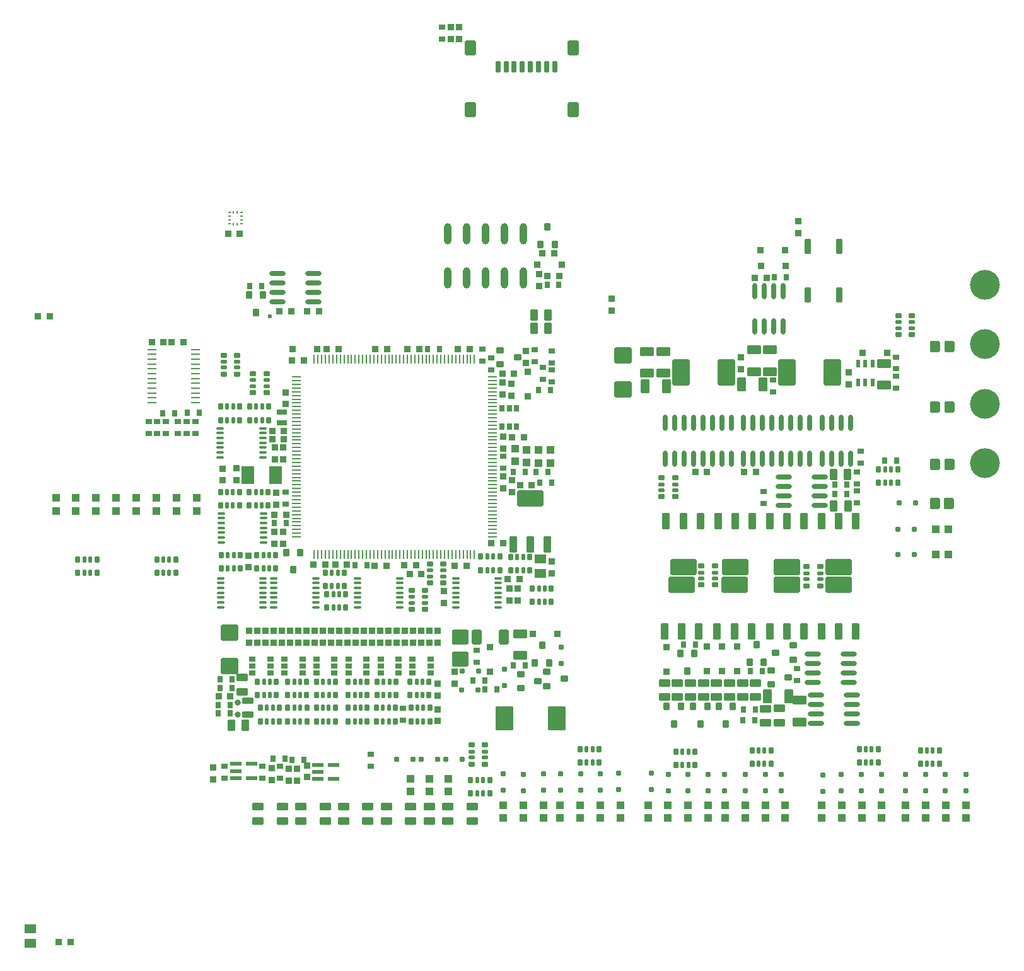
<source format=gtp>
G75*
G70*
%OFA0B0*%
%FSLAX25Y25*%
%IPPOS*%
%LPD*%
%AMOC8*
5,1,8,0,0,1.08239X$1,22.5*
%
%AMM1*
21,1,0.033470,0.026770,0.000000,0.000000,0.000000*
21,1,0.026770,0.033470,0.000000,0.000000,0.000000*
1,1,0.006690,0.013390,-0.013390*
1,1,0.006690,-0.013390,-0.013390*
1,1,0.006690,-0.013390,0.013390*
1,1,0.006690,0.013390,0.013390*
%
%AMM10*
21,1,0.025590,0.026380,0.000000,0.000000,270.000000*
21,1,0.020470,0.031500,0.000000,0.000000,270.000000*
1,1,0.005120,-0.013190,-0.010240*
1,1,0.005120,-0.013190,0.010240*
1,1,0.005120,0.013190,0.010240*
1,1,0.005120,0.013190,-0.010240*
%
%AMM11*
21,1,0.017720,0.027950,0.000000,0.000000,270.000000*
21,1,0.014170,0.031500,0.000000,0.000000,270.000000*
1,1,0.003540,-0.013980,-0.007090*
1,1,0.003540,-0.013980,0.007090*
1,1,0.003540,0.013980,0.007090*
1,1,0.003540,0.013980,-0.007090*
%
%AMM110*
21,1,0.070870,0.036220,0.000000,0.000000,180.000000*
21,1,0.061810,0.045280,0.000000,0.000000,180.000000*
1,1,0.009060,-0.030910,0.018110*
1,1,0.009060,0.030910,0.018110*
1,1,0.009060,0.030910,-0.018110*
1,1,0.009060,-0.030910,-0.018110*
%
%AMM111*
21,1,0.070870,0.036220,0.000000,0.000000,90.000000*
21,1,0.061810,0.045280,0.000000,0.000000,90.000000*
1,1,0.009060,0.018110,0.030910*
1,1,0.009060,0.018110,-0.030910*
1,1,0.009060,-0.018110,-0.030910*
1,1,0.009060,-0.018110,0.030910*
%
%AMM112*
21,1,0.086610,0.073230,0.000000,0.000000,90.000000*
21,1,0.069290,0.090550,0.000000,0.000000,90.000000*
1,1,0.017320,0.036610,0.034650*
1,1,0.017320,0.036610,-0.034650*
1,1,0.017320,-0.036610,-0.034650*
1,1,0.017320,-0.036610,0.034650*
%
%AMM113*
21,1,0.021650,0.038980,0.000000,0.000000,0.000000*
21,1,0.017320,0.043310,0.000000,0.000000,0.000000*
1,1,0.004330,0.008660,-0.019490*
1,1,0.004330,-0.008660,-0.019490*
1,1,0.004330,-0.008660,0.019490*
1,1,0.004330,0.008660,0.019490*
%
%AMM114*
21,1,0.092520,0.119290,0.000000,0.000000,180.000000*
21,1,0.074020,0.137800,0.000000,0.000000,180.000000*
1,1,0.018500,-0.037010,0.059650*
1,1,0.018500,0.037010,0.059650*
1,1,0.018500,0.037010,-0.059650*
1,1,0.018500,-0.037010,-0.059650*
%
%AMM12*
21,1,0.025590,0.026380,0.000000,0.000000,180.000000*
21,1,0.020470,0.031500,0.000000,0.000000,180.000000*
1,1,0.005120,-0.010240,0.013190*
1,1,0.005120,0.010240,0.013190*
1,1,0.005120,0.010240,-0.013190*
1,1,0.005120,-0.010240,-0.013190*
%
%AMM120*
21,1,0.078740,0.045670,0.000000,0.000000,270.000000*
21,1,0.067320,0.057090,0.000000,0.000000,270.000000*
1,1,0.011420,-0.022840,-0.033660*
1,1,0.011420,-0.022840,0.033660*
1,1,0.011420,0.022840,0.033660*
1,1,0.011420,0.022840,-0.033660*
%
%AMM121*
21,1,0.059060,0.020470,0.000000,0.000000,270.000000*
21,1,0.053940,0.025590,0.000000,0.000000,270.000000*
1,1,0.005120,-0.010240,-0.026970*
1,1,0.005120,-0.010240,0.026970*
1,1,0.005120,0.010240,0.026970*
1,1,0.005120,0.010240,-0.026970*
%
%AMM122*
21,1,0.027560,0.030710,0.000000,0.000000,270.000000*
21,1,0.022050,0.036220,0.000000,0.000000,270.000000*
1,1,0.005510,-0.015350,-0.011020*
1,1,0.005510,-0.015350,0.011020*
1,1,0.005510,0.015350,0.011020*
1,1,0.005510,0.015350,-0.011020*
%
%AMM126*
21,1,0.094490,0.111020,0.000000,0.000000,180.000000*
21,1,0.075590,0.129920,0.000000,0.000000,180.000000*
1,1,0.018900,-0.037800,0.055510*
1,1,0.018900,0.037800,0.055510*
1,1,0.018900,0.037800,-0.055510*
1,1,0.018900,-0.037800,-0.055510*
%
%AMM127*
21,1,0.023620,0.018900,0.000000,0.000000,270.000000*
21,1,0.018900,0.023620,0.000000,0.000000,270.000000*
1,1,0.004720,-0.009450,-0.009450*
1,1,0.004720,-0.009450,0.009450*
1,1,0.004720,0.009450,0.009450*
1,1,0.004720,0.009450,-0.009450*
%
%AMM128*
21,1,0.035830,0.026770,0.000000,0.000000,0.000000*
21,1,0.029130,0.033470,0.000000,0.000000,0.000000*
1,1,0.006690,0.014570,-0.013390*
1,1,0.006690,-0.014570,-0.013390*
1,1,0.006690,-0.014570,0.013390*
1,1,0.006690,0.014570,0.013390*
%
%AMM129*
21,1,0.023620,0.018900,0.000000,0.000000,180.000000*
21,1,0.018900,0.023620,0.000000,0.000000,180.000000*
1,1,0.004720,-0.009450,0.009450*
1,1,0.004720,0.009450,0.009450*
1,1,0.004720,0.009450,-0.009450*
1,1,0.004720,-0.009450,-0.009450*
%
%AMM13*
21,1,0.017720,0.027950,0.000000,0.000000,180.000000*
21,1,0.014170,0.031500,0.000000,0.000000,180.000000*
1,1,0.003540,-0.007090,0.013980*
1,1,0.003540,0.007090,0.013980*
1,1,0.003540,0.007090,-0.013980*
1,1,0.003540,-0.007090,-0.013980*
%
%AMM130*
21,1,0.035430,0.030320,0.000000,0.000000,0.000000*
21,1,0.028350,0.037400,0.000000,0.000000,0.000000*
1,1,0.007090,0.014170,-0.015160*
1,1,0.007090,-0.014170,-0.015160*
1,1,0.007090,-0.014170,0.015160*
1,1,0.007090,0.014170,0.015160*
%
%AMM131*
21,1,0.078740,0.070870,0.000000,0.000000,270.000000*
21,1,0.062990,0.086610,0.000000,0.000000,270.000000*
1,1,0.015750,-0.035430,-0.031500*
1,1,0.015750,-0.035430,0.031500*
1,1,0.015750,0.035430,0.031500*
1,1,0.015750,0.035430,-0.031500*
%
%AMM132*
21,1,0.051180,0.068500,0.000000,0.000000,180.000000*
21,1,0.040950,0.078740,0.000000,0.000000,180.000000*
1,1,0.010240,-0.020470,0.034250*
1,1,0.010240,0.020470,0.034250*
1,1,0.010240,0.020470,-0.034250*
1,1,0.010240,-0.020470,-0.034250*
%
%AMM133*
21,1,0.035830,0.026770,0.000000,0.000000,90.000000*
21,1,0.029130,0.033470,0.000000,0.000000,90.000000*
1,1,0.006690,0.013390,0.014570*
1,1,0.006690,0.013390,-0.014570*
1,1,0.006690,-0.013390,-0.014570*
1,1,0.006690,-0.013390,0.014570*
%
%AMM14*
21,1,0.033470,0.026770,0.000000,0.000000,90.000000*
21,1,0.026770,0.033470,0.000000,0.000000,90.000000*
1,1,0.006690,0.013390,0.013390*
1,1,0.006690,0.013390,-0.013390*
1,1,0.006690,-0.013390,-0.013390*
1,1,0.006690,-0.013390,0.013390*
%
%AMM142*
21,1,0.021650,0.052760,0.000000,0.000000,270.000000*
21,1,0.017320,0.057090,0.000000,0.000000,270.000000*
1,1,0.004330,-0.026380,-0.008660*
1,1,0.004330,-0.026380,0.008660*
1,1,0.004330,0.026380,0.008660*
1,1,0.004330,0.026380,-0.008660*
%
%AMM144*
21,1,0.070870,0.036220,0.000000,0.000000,270.000000*
21,1,0.061810,0.045280,0.000000,0.000000,270.000000*
1,1,0.009060,-0.018110,-0.030910*
1,1,0.009060,-0.018110,0.030910*
1,1,0.009060,0.018110,0.030910*
1,1,0.009060,0.018110,-0.030910*
%
%AMM145*
21,1,0.035430,0.030320,0.000000,0.000000,90.000000*
21,1,0.028350,0.037400,0.000000,0.000000,90.000000*
1,1,0.007090,0.015160,0.014170*
1,1,0.007090,0.015160,-0.014170*
1,1,0.007090,-0.015160,-0.014170*
1,1,0.007090,-0.015160,0.014170*
%
%AMM146*
21,1,0.043310,0.075980,0.000000,0.000000,180.000000*
21,1,0.034650,0.084650,0.000000,0.000000,180.000000*
1,1,0.008660,-0.017320,0.037990*
1,1,0.008660,0.017320,0.037990*
1,1,0.008660,0.017320,-0.037990*
1,1,0.008660,-0.017320,-0.037990*
%
%AMM147*
21,1,0.043310,0.075990,0.000000,0.000000,180.000000*
21,1,0.034650,0.084650,0.000000,0.000000,180.000000*
1,1,0.008660,-0.017320,0.037990*
1,1,0.008660,0.017320,0.037990*
1,1,0.008660,0.017320,-0.037990*
1,1,0.008660,-0.017320,-0.037990*
%
%AMM148*
21,1,0.137800,0.067720,0.000000,0.000000,180.000000*
21,1,0.120870,0.084650,0.000000,0.000000,180.000000*
1,1,0.016930,-0.060430,0.033860*
1,1,0.016930,0.060430,0.033860*
1,1,0.016930,0.060430,-0.033860*
1,1,0.016930,-0.060430,-0.033860*
%
%AMM15*
21,1,0.023620,0.018900,0.000000,0.000000,0.000000*
21,1,0.018900,0.023620,0.000000,0.000000,0.000000*
1,1,0.004720,0.009450,-0.009450*
1,1,0.004720,-0.009450,-0.009450*
1,1,0.004720,-0.009450,0.009450*
1,1,0.004720,0.009450,0.009450*
%
%AMM16*
21,1,0.039370,0.035430,0.000000,0.000000,180.000000*
21,1,0.031500,0.043310,0.000000,0.000000,180.000000*
1,1,0.007870,-0.015750,0.017720*
1,1,0.007870,0.015750,0.017720*
1,1,0.007870,0.015750,-0.017720*
1,1,0.007870,-0.015750,-0.017720*
%
%AMM2*
21,1,0.039370,0.049210,0.000000,0.000000,0.000000*
21,1,0.031500,0.057090,0.000000,0.000000,0.000000*
1,1,0.007870,0.015750,-0.024610*
1,1,0.007870,-0.015750,-0.024610*
1,1,0.007870,-0.015750,0.024610*
1,1,0.007870,0.015750,0.024610*
%
%AMM3*
21,1,0.027560,0.030710,0.000000,0.000000,0.000000*
21,1,0.022050,0.036220,0.000000,0.000000,0.000000*
1,1,0.005510,0.011020,-0.015350*
1,1,0.005510,-0.011020,-0.015350*
1,1,0.005510,-0.011020,0.015350*
1,1,0.005510,0.011020,0.015350*
%
%AMM4*
21,1,0.027560,0.030710,0.000000,0.000000,90.000000*
21,1,0.022050,0.036220,0.000000,0.000000,90.000000*
1,1,0.005510,0.015350,0.011020*
1,1,0.005510,0.015350,-0.011020*
1,1,0.005510,-0.015350,-0.011020*
1,1,0.005510,-0.015350,0.011020*
%
%AMM5*
21,1,0.031500,0.072440,0.000000,0.000000,0.000000*
21,1,0.025200,0.078740,0.000000,0.000000,0.000000*
1,1,0.006300,0.012600,-0.036220*
1,1,0.006300,-0.012600,-0.036220*
1,1,0.006300,-0.012600,0.036220*
1,1,0.006300,0.012600,0.036220*
%
%AMM6*
21,1,0.051180,0.048820,0.000000,0.000000,0.000000*
21,1,0.040950,0.059060,0.000000,0.000000,0.000000*
1,1,0.010240,0.020470,-0.024410*
1,1,0.010240,-0.020470,-0.024410*
1,1,0.010240,-0.020470,0.024410*
1,1,0.010240,0.020470,0.024410*
%
%AMM67*
21,1,0.035430,0.050000,0.000000,0.000000,270.000000*
21,1,0.028350,0.057090,0.000000,0.000000,270.000000*
1,1,0.007090,-0.025000,-0.014170*
1,1,0.007090,-0.025000,0.014170*
1,1,0.007090,0.025000,0.014170*
1,1,0.007090,0.025000,-0.014170*
%
%AMM68*
21,1,0.086610,0.073230,0.000000,0.000000,270.000000*
21,1,0.069290,0.090550,0.000000,0.000000,270.000000*
1,1,0.017320,-0.036610,-0.034650*
1,1,0.017320,-0.036610,0.034650*
1,1,0.017320,0.036610,0.034650*
1,1,0.017320,0.036610,-0.034650*
%
%AMM69*
21,1,0.039370,0.049210,0.000000,0.000000,180.000000*
21,1,0.031500,0.057090,0.000000,0.000000,180.000000*
1,1,0.007870,-0.015750,0.024610*
1,1,0.007870,0.015750,0.024610*
1,1,0.007870,0.015750,-0.024610*
1,1,0.007870,-0.015750,-0.024610*
%
%AMM7*
21,1,0.023620,0.018900,0.000000,0.000000,90.000000*
21,1,0.018900,0.023620,0.000000,0.000000,90.000000*
1,1,0.004720,0.009450,0.009450*
1,1,0.004720,0.009450,-0.009450*
1,1,0.004720,-0.009450,-0.009450*
1,1,0.004720,-0.009450,0.009450*
%
%AMM70*
21,1,0.023620,0.030710,0.000000,0.000000,90.000000*
21,1,0.018900,0.035430,0.000000,0.000000,90.000000*
1,1,0.004720,0.015350,0.009450*
1,1,0.004720,0.015350,-0.009450*
1,1,0.004720,-0.015350,-0.009450*
1,1,0.004720,-0.015350,0.009450*
%
%AMM71*
21,1,0.025590,0.026380,0.000000,0.000000,0.000000*
21,1,0.020470,0.031500,0.000000,0.000000,0.000000*
1,1,0.005120,0.010240,-0.013190*
1,1,0.005120,-0.010240,-0.013190*
1,1,0.005120,-0.010240,0.013190*
1,1,0.005120,0.010240,0.013190*
%
%AMM72*
21,1,0.017720,0.027950,0.000000,0.000000,0.000000*
21,1,0.014170,0.031500,0.000000,0.000000,0.000000*
1,1,0.003540,0.007090,-0.013980*
1,1,0.003540,-0.007090,-0.013980*
1,1,0.003540,-0.007090,0.013980*
1,1,0.003540,0.007090,0.013980*
%
%AMM73*
21,1,0.033470,0.026770,0.000000,0.000000,270.000000*
21,1,0.026770,0.033470,0.000000,0.000000,270.000000*
1,1,0.006690,-0.013390,-0.013390*
1,1,0.006690,-0.013390,0.013390*
1,1,0.006690,0.013390,0.013390*
1,1,0.006690,0.013390,-0.013390*
%
%AMM74*
21,1,0.033470,0.026770,0.000000,0.000000,180.000000*
21,1,0.026770,0.033470,0.000000,0.000000,180.000000*
1,1,0.006690,-0.013390,0.013390*
1,1,0.006690,0.013390,0.013390*
1,1,0.006690,0.013390,-0.013390*
1,1,0.006690,-0.013390,-0.013390*
%
%AMM8*
21,1,0.039370,0.035430,0.000000,0.000000,270.000000*
21,1,0.031500,0.043310,0.000000,0.000000,270.000000*
1,1,0.007870,-0.017720,-0.015750*
1,1,0.007870,-0.017720,0.015750*
1,1,0.007870,0.017720,0.015750*
1,1,0.007870,0.017720,-0.015750*
%
%AMM86*
21,1,0.025590,0.026380,0.000000,0.000000,90.000000*
21,1,0.020470,0.031500,0.000000,0.000000,90.000000*
1,1,0.005120,0.013190,0.010240*
1,1,0.005120,0.013190,-0.010240*
1,1,0.005120,-0.013190,-0.010240*
1,1,0.005120,-0.013190,0.010240*
%
%AMM87*
21,1,0.017720,0.027950,0.000000,0.000000,90.000000*
21,1,0.014170,0.031500,0.000000,0.000000,90.000000*
1,1,0.003540,0.013980,0.007090*
1,1,0.003540,0.013980,-0.007090*
1,1,0.003540,-0.013980,-0.007090*
1,1,0.003540,-0.013980,0.007090*
%
%AMM88*
21,1,0.137800,0.067720,0.000000,0.000000,0.000000*
21,1,0.120870,0.084650,0.000000,0.000000,0.000000*
1,1,0.016930,0.060430,-0.033860*
1,1,0.016930,-0.060430,-0.033860*
1,1,0.016930,-0.060430,0.033860*
1,1,0.016930,0.060430,0.033860*
%
%AMM89*
21,1,0.043310,0.075980,0.000000,0.000000,0.000000*
21,1,0.034650,0.084650,0.000000,0.000000,0.000000*
1,1,0.008660,0.017320,-0.037990*
1,1,0.008660,-0.017320,-0.037990*
1,1,0.008660,-0.017320,0.037990*
1,1,0.008660,0.017320,0.037990*
%
%AMM9*
21,1,0.039370,0.049210,0.000000,0.000000,90.000000*
21,1,0.031500,0.057090,0.000000,0.000000,90.000000*
1,1,0.007870,0.024610,0.015750*
1,1,0.007870,0.024610,-0.015750*
1,1,0.007870,-0.024610,-0.015750*
1,1,0.007870,-0.024610,0.015750*
%
%AMM90*
21,1,0.043310,0.075990,0.000000,0.000000,0.000000*
21,1,0.034650,0.084650,0.000000,0.000000,0.000000*
1,1,0.008660,0.017320,-0.037990*
1,1,0.008660,-0.017320,-0.037990*
1,1,0.008660,-0.017320,0.037990*
1,1,0.008660,0.017320,0.037990*
%
%AMM91*
21,1,0.027560,0.030710,0.000000,0.000000,180.000000*
21,1,0.022050,0.036220,0.000000,0.000000,180.000000*
1,1,0.005510,-0.011020,0.015350*
1,1,0.005510,0.011020,0.015350*
1,1,0.005510,0.011020,-0.015350*
1,1,0.005510,-0.011020,-0.015350*
%
%AMM92*
21,1,0.035430,0.030320,0.000000,0.000000,270.000000*
21,1,0.028350,0.037400,0.000000,0.000000,270.000000*
1,1,0.007090,-0.015160,-0.014170*
1,1,0.007090,-0.015160,0.014170*
1,1,0.007090,0.015160,0.014170*
1,1,0.007090,0.015160,-0.014170*
%
%AMM93*
21,1,0.023620,0.030710,0.000000,0.000000,180.000000*
21,1,0.018900,0.035430,0.000000,0.000000,180.000000*
1,1,0.004720,-0.009450,0.015350*
1,1,0.004720,0.009450,0.015350*
1,1,0.004720,0.009450,-0.015350*
1,1,0.004720,-0.009450,-0.015350*
%
%AMM94*
21,1,0.035830,0.026770,0.000000,0.000000,270.000000*
21,1,0.029130,0.033470,0.000000,0.000000,270.000000*
1,1,0.006690,-0.013390,-0.014570*
1,1,0.006690,-0.013390,0.014570*
1,1,0.006690,0.013390,0.014570*
1,1,0.006690,0.013390,-0.014570*
%
%AMM95*
21,1,0.035430,0.030320,0.000000,0.000000,180.000000*
21,1,0.028350,0.037400,0.000000,0.000000,180.000000*
1,1,0.007090,-0.014170,0.015160*
1,1,0.007090,0.014170,0.015160*
1,1,0.007090,0.014170,-0.015160*
1,1,0.007090,-0.014170,-0.015160*
%
%AMM96*
21,1,0.027560,0.049610,0.000000,0.000000,270.000000*
21,1,0.022050,0.055120,0.000000,0.000000,270.000000*
1,1,0.005510,-0.024800,-0.011020*
1,1,0.005510,-0.024800,0.011020*
1,1,0.005510,0.024800,0.011020*
1,1,0.005510,0.024800,-0.011020*
%
%AMM97*
21,1,0.035830,0.026770,0.000000,0.000000,180.000000*
21,1,0.029130,0.033470,0.000000,0.000000,180.000000*
1,1,0.006690,-0.014570,0.013390*
1,1,0.006690,0.014570,0.013390*
1,1,0.006690,0.014570,-0.013390*
1,1,0.006690,-0.014570,-0.013390*
%
%ADD107M131*%
%ADD117M88*%
%ADD119R,0.05906X0.05118*%
%ADD120M67*%
%ADD127M70*%
%ADD131C,0.02362*%
%ADD136M1*%
%ADD137M130*%
%ADD140M114*%
%ADD143M14*%
%ADD144M126*%
%ADD150M87*%
%ADD151M146*%
%ADD16M111*%
%ADD160M71*%
%ADD163M68*%
%ADD168M127*%
%ADD171M90*%
%ADD173R,0.06693X0.09449*%
%ADD177M15*%
%ADD178M9*%
%ADD18R,0.01378X0.00984*%
%ADD181M147*%
%ADD183O,0.02362X0.08661*%
%ADD185M110*%
%ADD189M72*%
%ADD191O,0.01968X0.03937*%
%ADD196M120*%
%ADD198M132*%
%ADD199M86*%
%ADD20O,0.05118X0.00866*%
%ADD201M113*%
%ADD202O,0.04016X0.11221*%
%ADD205M7*%
%ADD207C,0.15748*%
%ADD210O,0.04961X0.00984*%
%ADD215M121*%
%ADD216M12*%
%ADD218M8*%
%ADD219M144*%
%ADD22M112*%
%ADD224M128*%
%ADD231M96*%
%ADD234M73*%
%ADD239C,0.03150*%
%ADD240M6*%
%ADD246M13*%
%ADD253M145*%
%ADD273O,0.08661X0.02362*%
%ADD274M122*%
%ADD28M89*%
%ADD282O,0.00866X0.05118*%
%ADD284M10*%
%ADD290M142*%
%ADD291M74*%
%ADD31M5*%
%ADD37M94*%
%ADD38R,0.00984X0.01378*%
%ADD39M69*%
%ADD40M93*%
%ADD42O,0.04331X0.01181*%
%ADD43M11*%
%ADD48M91*%
%ADD62M3*%
%ADD68M129*%
%ADD70M148*%
%ADD72M16*%
%ADD73M4*%
%ADD74M133*%
%ADD85M97*%
%ADD93M2*%
%ADD95M95*%
%ADD98M92*%
X0000000Y0000000D02*
G01*
G75*
D119*
X0057382Y0090650D02*
D03*
X0057382Y0083169D02*
D03*
D136*
X0078799Y0083563D02*
D03*
X0072579Y0083563D02*
D03*
X0168268Y0458465D02*
D03*
X0162047Y0458465D02*
D03*
X0061654Y0414764D02*
D03*
X0067874Y0414764D02*
D03*
D93*
X0323721Y0415256D02*
D03*
X0331201Y0415256D02*
D03*
X0323721Y0408465D02*
D03*
X0331201Y0408465D02*
D03*
D62*
X0509350Y0338287D02*
D03*
X0515650Y0338287D02*
D03*
D18*
X0162795Y0467618D02*
D03*
X0162795Y0465650D02*
D03*
X0162795Y0469587D02*
D03*
X0162795Y0463681D02*
D03*
X0169095Y0469587D02*
D03*
X0169095Y0467618D02*
D03*
X0169095Y0465650D02*
D03*
X0169095Y0463681D02*
D03*
D38*
X0164961Y0469783D02*
D03*
X0166929Y0469783D02*
D03*
X0166929Y0463484D02*
D03*
X0164961Y0463484D02*
D03*
D73*
X0237402Y0176772D02*
D03*
X0237402Y0183071D02*
D03*
D31*
X0485236Y0451673D02*
D03*
X0468701Y0451673D02*
D03*
X0485039Y0426083D02*
D03*
X0468504Y0426083D02*
D03*
D240*
X0543504Y0398622D02*
D03*
X0536024Y0398622D02*
D03*
X0536024Y0336417D02*
D03*
X0543504Y0336417D02*
D03*
X0543504Y0366811D02*
D03*
X0536024Y0366811D02*
D03*
X0535748Y0315866D02*
D03*
X0543228Y0315866D02*
D03*
D207*
X0562205Y0431496D02*
D03*
X0562205Y0337008D02*
D03*
X0562205Y0368504D02*
D03*
X0562205Y0400000D02*
D03*
D205*
X0285827Y0180216D02*
D03*
X0277165Y0180216D02*
D03*
X0516240Y0288878D02*
D03*
X0524902Y0288878D02*
D03*
X0516043Y0302165D02*
D03*
X0524705Y0302165D02*
D03*
X0516732Y0316043D02*
D03*
X0525394Y0316043D02*
D03*
X0259842Y0180216D02*
D03*
X0251181Y0180216D02*
D03*
X0272835Y0180216D02*
D03*
X0264173Y0180216D02*
D03*
D218*
X0278543Y0163386D02*
D03*
X0278543Y0170079D02*
D03*
X0071061Y0311854D02*
D03*
X0071061Y0318546D02*
D03*
X0081691Y0311854D02*
D03*
X0081691Y0318546D02*
D03*
X0092321Y0311854D02*
D03*
X0092321Y0318546D02*
D03*
X0102950Y0311854D02*
D03*
X0102950Y0318546D02*
D03*
X0113580Y0311854D02*
D03*
X0113580Y0318546D02*
D03*
X0124210Y0311854D02*
D03*
X0124210Y0318546D02*
D03*
X0134840Y0311854D02*
D03*
X0134840Y0318546D02*
D03*
X0145470Y0311854D02*
D03*
X0145470Y0318546D02*
D03*
X0415945Y0149213D02*
D03*
X0415945Y0155905D02*
D03*
X0405315Y0149213D02*
D03*
X0405315Y0155905D02*
D03*
X0394685Y0149213D02*
D03*
X0394685Y0155905D02*
D03*
X0384055Y0149213D02*
D03*
X0384055Y0155905D02*
D03*
X0348327Y0149213D02*
D03*
X0348327Y0155905D02*
D03*
X0424803Y0149213D02*
D03*
X0424803Y0155905D02*
D03*
X0358957Y0149213D02*
D03*
X0358957Y0155905D02*
D03*
X0435433Y0149213D02*
D03*
X0435433Y0155905D02*
D03*
X0456693Y0149213D02*
D03*
X0456693Y0155905D02*
D03*
X0446063Y0149213D02*
D03*
X0446063Y0155905D02*
D03*
X0337697Y0149213D02*
D03*
X0337697Y0155905D02*
D03*
X0369587Y0149213D02*
D03*
X0369587Y0155905D02*
D03*
X0552165Y0155905D02*
D03*
X0552165Y0149213D02*
D03*
X0541536Y0155905D02*
D03*
X0541536Y0149213D02*
D03*
X0530906Y0155905D02*
D03*
X0530906Y0149213D02*
D03*
X0520276Y0155905D02*
D03*
X0520276Y0149213D02*
D03*
X0475787Y0155905D02*
D03*
X0475787Y0149213D02*
D03*
X0486417Y0155905D02*
D03*
X0486417Y0149213D02*
D03*
X0497047Y0155905D02*
D03*
X0497047Y0149213D02*
D03*
X0507677Y0155905D02*
D03*
X0507677Y0149213D02*
D03*
X0307677Y0155905D02*
D03*
X0307677Y0149213D02*
D03*
X0318307Y0155905D02*
D03*
X0318307Y0149213D02*
D03*
X0328937Y0155905D02*
D03*
X0328937Y0149213D02*
D03*
X0258465Y0163386D02*
D03*
X0258465Y0170079D02*
D03*
X0268701Y0163386D02*
D03*
X0268701Y0170079D02*
D03*
D178*
X0258661Y0155315D02*
D03*
X0258661Y0147835D02*
D03*
X0190748Y0155315D02*
D03*
X0190748Y0147835D02*
D03*
X0200591Y0155315D02*
D03*
X0200591Y0147835D02*
D03*
X0291142Y0147835D02*
D03*
X0291142Y0155315D02*
D03*
X0245866Y0147835D02*
D03*
X0245866Y0155315D02*
D03*
X0236024Y0147835D02*
D03*
X0236024Y0155315D02*
D03*
X0223228Y0147835D02*
D03*
X0223228Y0155315D02*
D03*
X0213386Y0147835D02*
D03*
X0213386Y0155315D02*
D03*
X0177953Y0147835D02*
D03*
X0177953Y0155315D02*
D03*
X0278346Y0155315D02*
D03*
X0278346Y0147835D02*
D03*
X0268504Y0155315D02*
D03*
X0268504Y0147835D02*
D03*
D284*
X0290945Y0187894D02*
D03*
X0298031Y0187894D02*
D03*
X0298031Y0177854D02*
D03*
X0290945Y0177854D02*
D03*
X0523622Y0415059D02*
D03*
X0516535Y0415059D02*
D03*
X0516535Y0405020D02*
D03*
X0523622Y0405020D02*
D03*
D43*
X0290945Y0184449D02*
D03*
X0290945Y0181299D02*
D03*
X0298031Y0181299D02*
D03*
X0298031Y0184449D02*
D03*
X0516535Y0408465D02*
D03*
X0516535Y0411614D02*
D03*
X0523622Y0411614D02*
D03*
X0523622Y0408465D02*
D03*
D216*
X0092714Y0286164D02*
D03*
X0092714Y0279078D02*
D03*
X0082675Y0279078D02*
D03*
X0082675Y0286164D02*
D03*
X0124407Y0286164D02*
D03*
X0124407Y0279078D02*
D03*
X0134447Y0279078D02*
D03*
X0134447Y0286164D02*
D03*
X0408957Y0177264D02*
D03*
X0408957Y0184350D02*
D03*
X0398917Y0184350D02*
D03*
X0398917Y0177264D02*
D03*
X0449114Y0177953D02*
D03*
X0449114Y0185039D02*
D03*
X0439075Y0185039D02*
D03*
X0439075Y0177953D02*
D03*
X0358268Y0178740D02*
D03*
X0358268Y0185827D02*
D03*
X0348228Y0185827D02*
D03*
X0348228Y0178740D02*
D03*
X0538091Y0177953D02*
D03*
X0538091Y0185039D02*
D03*
X0528051Y0185039D02*
D03*
X0528051Y0177953D02*
D03*
X0505807Y0178740D02*
D03*
X0505807Y0185827D02*
D03*
X0495768Y0185827D02*
D03*
X0495768Y0178740D02*
D03*
X0506004Y0326654D02*
D03*
X0506004Y0333740D02*
D03*
X0516043Y0333740D02*
D03*
X0516043Y0326654D02*
D03*
X0300394Y0169488D02*
D03*
X0300394Y0162402D02*
D03*
X0290354Y0162402D02*
D03*
X0290354Y0169488D02*
D03*
D246*
X0089269Y0286164D02*
D03*
X0086120Y0286164D02*
D03*
X0086120Y0279078D02*
D03*
X0089269Y0279078D02*
D03*
X0131002Y0279078D02*
D03*
X0127852Y0279078D02*
D03*
X0127852Y0286164D02*
D03*
X0131002Y0286164D02*
D03*
X0402362Y0184350D02*
D03*
X0405512Y0184350D02*
D03*
X0405512Y0177264D02*
D03*
X0402362Y0177264D02*
D03*
X0442520Y0185039D02*
D03*
X0445669Y0185039D02*
D03*
X0445669Y0177953D02*
D03*
X0442520Y0177953D02*
D03*
X0351673Y0185827D02*
D03*
X0354823Y0185827D02*
D03*
X0354823Y0178740D02*
D03*
X0351673Y0178740D02*
D03*
X0531496Y0185039D02*
D03*
X0534646Y0185039D02*
D03*
X0534646Y0177953D02*
D03*
X0531496Y0177953D02*
D03*
X0499213Y0185827D02*
D03*
X0502362Y0185827D02*
D03*
X0502362Y0178740D02*
D03*
X0499213Y0178740D02*
D03*
X0509449Y0326654D02*
D03*
X0512598Y0326654D02*
D03*
X0512598Y0333740D02*
D03*
X0509449Y0333740D02*
D03*
X0296949Y0169488D02*
D03*
X0293799Y0169488D02*
D03*
X0293799Y0162402D02*
D03*
X0296949Y0162402D02*
D03*
D143*
X0463484Y0458701D02*
D03*
X0463484Y0464921D02*
D03*
X0364728Y0417717D02*
D03*
X0364728Y0423937D02*
D03*
D177*
X0454528Y0172441D02*
D03*
X0454528Y0163779D02*
D03*
X0348524Y0172835D02*
D03*
X0348524Y0164173D02*
D03*
X0435630Y0172441D02*
D03*
X0435630Y0163779D02*
D03*
X0405118Y0172441D02*
D03*
X0405118Y0163779D02*
D03*
X0415748Y0172441D02*
D03*
X0415748Y0163779D02*
D03*
X0394882Y0172441D02*
D03*
X0394882Y0163779D02*
D03*
X0424606Y0172441D02*
D03*
X0424606Y0163779D02*
D03*
X0368701Y0172933D02*
D03*
X0368701Y0164272D02*
D03*
X0358760Y0172835D02*
D03*
X0358760Y0164173D02*
D03*
X0337894Y0172835D02*
D03*
X0337894Y0164173D02*
D03*
X0385827Y0172933D02*
D03*
X0385827Y0164272D02*
D03*
X0446260Y0172441D02*
D03*
X0446260Y0163779D02*
D03*
X0552362Y0163779D02*
D03*
X0552362Y0172441D02*
D03*
X0541339Y0163779D02*
D03*
X0541339Y0172441D02*
D03*
X0530709Y0163779D02*
D03*
X0530709Y0172441D02*
D03*
X0520079Y0163779D02*
D03*
X0520079Y0172441D02*
D03*
X0476378Y0163386D02*
D03*
X0476378Y0172047D02*
D03*
X0486221Y0163779D02*
D03*
X0486221Y0172441D02*
D03*
X0496850Y0163779D02*
D03*
X0496850Y0172441D02*
D03*
X0507480Y0163779D02*
D03*
X0507480Y0172441D02*
D03*
X0307480Y0164173D02*
D03*
X0307480Y0172835D02*
D03*
X0318110Y0163779D02*
D03*
X0318110Y0172441D02*
D03*
X0328740Y0163976D02*
D03*
X0328740Y0172638D02*
D03*
D72*
X0542913Y0288661D02*
D03*
X0536221Y0288661D02*
D03*
X0542913Y0302087D02*
D03*
X0536221Y0302087D02*
D03*
X0154331Y0194882D02*
G01*
G75*
D120*
X0172638Y0211417D02*
D03*
X0172638Y0203937D02*
D03*
D163*
X0162992Y0247540D02*
D03*
X0162992Y0229823D02*
D03*
D73*
X0254626Y0201181D02*
D03*
X0254626Y0207480D02*
D03*
D39*
X0171359Y0198425D02*
D03*
X0163878Y0198425D02*
D03*
D239*
X0167126Y0210236D02*
D03*
X0167126Y0203937D02*
D03*
D127*
X0269095Y0225886D02*
D03*
X0269095Y0229626D02*
D03*
X0269095Y0233366D02*
D03*
X0259646Y0233366D02*
D03*
X0259646Y0229626D02*
D03*
X0259646Y0225886D02*
D03*
X0191929Y0225886D02*
D03*
X0191929Y0229626D02*
D03*
X0191929Y0233366D02*
D03*
X0201378Y0233366D02*
D03*
X0201378Y0229626D02*
D03*
X0201378Y0225886D02*
D03*
X0184449Y0225886D02*
D03*
X0184449Y0229626D02*
D03*
X0184449Y0233366D02*
D03*
X0175000Y0233366D02*
D03*
X0175000Y0229626D02*
D03*
X0175000Y0225886D02*
D03*
X0208859Y0225886D02*
D03*
X0208859Y0229626D02*
D03*
X0208859Y0233366D02*
D03*
X0218307Y0233366D02*
D03*
X0218307Y0229626D02*
D03*
X0218307Y0225886D02*
D03*
X0235236Y0225886D02*
D03*
X0235236Y0229626D02*
D03*
X0235236Y0233366D02*
D03*
X0225788Y0233366D02*
D03*
X0225788Y0229626D02*
D03*
X0225788Y0225886D02*
D03*
X0242717Y0225886D02*
D03*
X0242717Y0229626D02*
D03*
X0242717Y0233366D02*
D03*
X0252166Y0233366D02*
D03*
X0252166Y0229626D02*
D03*
X0252166Y0225886D02*
D03*
D160*
X0268800Y0200492D02*
D03*
X0268800Y0207579D02*
D03*
X0258760Y0207579D02*
D03*
X0258760Y0200492D02*
D03*
X0193701Y0200492D02*
D03*
X0193701Y0207579D02*
D03*
X0203740Y0207579D02*
D03*
X0203740Y0200492D02*
D03*
X0189174Y0200492D02*
D03*
X0189174Y0207579D02*
D03*
X0179134Y0207579D02*
D03*
X0179134Y0200492D02*
D03*
X0208760Y0200492D02*
D03*
X0208760Y0207579D02*
D03*
X0218799Y0207579D02*
D03*
X0218799Y0200492D02*
D03*
X0235630Y0200492D02*
D03*
X0235630Y0207579D02*
D03*
X0225591Y0207579D02*
D03*
X0225591Y0200492D02*
D03*
X0240552Y0200492D02*
D03*
X0240552Y0207579D02*
D03*
X0250591Y0207579D02*
D03*
X0250591Y0200492D02*
D03*
X0203642Y0214272D02*
D03*
X0203642Y0221358D02*
D03*
X0193603Y0221358D02*
D03*
X0193603Y0214272D02*
D03*
X0177658Y0214272D02*
D03*
X0177658Y0221358D02*
D03*
X0187697Y0221358D02*
D03*
X0187697Y0214272D02*
D03*
X0218898Y0214272D02*
D03*
X0218898Y0221358D02*
D03*
X0208859Y0221358D02*
D03*
X0208859Y0214272D02*
D03*
X0225591Y0214272D02*
D03*
X0225591Y0221358D02*
D03*
X0235630Y0221358D02*
D03*
X0235630Y0214272D02*
D03*
X0250886Y0214272D02*
D03*
X0250886Y0221358D02*
D03*
X0240847Y0221358D02*
D03*
X0240847Y0214272D02*
D03*
X0258268Y0214370D02*
D03*
X0258268Y0221457D02*
D03*
X0268307Y0221457D02*
D03*
X0268307Y0214370D02*
D03*
D189*
X0262205Y0207579D02*
D03*
X0265355Y0207579D02*
D03*
X0265355Y0200492D02*
D03*
X0262205Y0200492D02*
D03*
X0197146Y0200492D02*
D03*
X0200296Y0200492D02*
D03*
X0200296Y0207579D02*
D03*
X0197146Y0207579D02*
D03*
X0182579Y0207579D02*
D03*
X0185729Y0207579D02*
D03*
X0185729Y0200492D02*
D03*
X0182579Y0200492D02*
D03*
X0212205Y0200492D02*
D03*
X0215355Y0200492D02*
D03*
X0215355Y0207579D02*
D03*
X0212205Y0207579D02*
D03*
X0229036Y0207579D02*
D03*
X0232185Y0207579D02*
D03*
X0232185Y0200492D02*
D03*
X0229036Y0200492D02*
D03*
X0243996Y0200492D02*
D03*
X0247146Y0200492D02*
D03*
X0247146Y0207579D02*
D03*
X0243996Y0207579D02*
D03*
X0197048Y0221358D02*
D03*
X0200197Y0221358D02*
D03*
X0200197Y0214272D02*
D03*
X0197048Y0214272D02*
D03*
X0181103Y0214272D02*
D03*
X0184252Y0214272D02*
D03*
X0184252Y0221358D02*
D03*
X0181103Y0221358D02*
D03*
X0212304Y0221358D02*
D03*
X0215453Y0221358D02*
D03*
X0215453Y0214272D02*
D03*
X0212304Y0214272D02*
D03*
X0229036Y0214272D02*
D03*
X0232185Y0214272D02*
D03*
X0232185Y0221358D02*
D03*
X0229036Y0221358D02*
D03*
X0244292Y0221358D02*
D03*
X0247441Y0221358D02*
D03*
X0247441Y0214272D02*
D03*
X0244292Y0214272D02*
D03*
X0261713Y0214370D02*
D03*
X0264862Y0214370D02*
D03*
X0264862Y0221457D02*
D03*
X0261713Y0221457D02*
D03*
D234*
X0272835Y0200630D02*
D03*
X0272835Y0206851D02*
D03*
X0238288Y0242067D02*
D03*
X0238288Y0248288D02*
D03*
X0233957Y0248288D02*
D03*
X0233957Y0242067D02*
D03*
X0229626Y0242067D02*
D03*
X0229626Y0248288D02*
D03*
X0225296Y0248288D02*
D03*
X0225296Y0242067D02*
D03*
X0242618Y0242067D02*
D03*
X0242618Y0248288D02*
D03*
X0246949Y0248288D02*
D03*
X0246949Y0242067D02*
D03*
X0251280Y0242067D02*
D03*
X0251280Y0248288D02*
D03*
X0255610Y0248288D02*
D03*
X0255610Y0242067D02*
D03*
X0207973Y0242067D02*
D03*
X0207973Y0248288D02*
D03*
X0212304Y0248288D02*
D03*
X0212304Y0242067D02*
D03*
X0216634Y0242067D02*
D03*
X0216634Y0248288D02*
D03*
X0220965Y0248288D02*
D03*
X0220965Y0242067D02*
D03*
X0173327Y0242067D02*
D03*
X0173327Y0248288D02*
D03*
X0177658Y0248288D02*
D03*
X0177658Y0242067D02*
D03*
X0181988Y0242067D02*
D03*
X0181988Y0248288D02*
D03*
X0186319Y0248288D02*
D03*
X0186319Y0242067D02*
D03*
X0190650Y0242067D02*
D03*
X0190650Y0248288D02*
D03*
X0194981Y0248288D02*
D03*
X0194981Y0242067D02*
D03*
X0199311Y0242067D02*
D03*
X0199311Y0248288D02*
D03*
X0203642Y0248288D02*
D03*
X0203642Y0242067D02*
D03*
X0272835Y0214016D02*
D03*
X0272835Y0220236D02*
D03*
X0259941Y0242067D02*
D03*
X0259941Y0248288D02*
D03*
X0264272Y0248288D02*
D03*
X0264272Y0242067D02*
D03*
X0268603Y0242067D02*
D03*
X0268603Y0248288D02*
D03*
X0272933Y0248288D02*
D03*
X0272933Y0242067D02*
D03*
D62*
X0156890Y0209154D02*
D03*
X0163189Y0209154D02*
D03*
X0163189Y0204626D02*
D03*
X0156890Y0204626D02*
D03*
X0164174Y0218110D02*
D03*
X0157874Y0218110D02*
D03*
X0164174Y0222736D02*
D03*
X0157874Y0222736D02*
D03*
D178*
X0169488Y0223622D02*
D03*
X0169488Y0216142D02*
D03*
D291*
X0157126Y0213681D02*
D03*
X0163347Y0213681D02*
D03*
X0153937Y0255512D02*
G01*
G75*
D199*
X0166831Y0394193D02*
D03*
X0159744Y0394193D02*
D03*
X0159744Y0384154D02*
D03*
X0166831Y0384154D02*
D03*
X0182441Y0384429D02*
D03*
X0175354Y0384429D02*
D03*
X0175354Y0374389D02*
D03*
X0182441Y0374389D02*
D03*
X0259154Y0269784D02*
D03*
X0266240Y0269784D02*
D03*
X0266240Y0259744D02*
D03*
X0259154Y0259744D02*
D03*
X0268799Y0283662D02*
D03*
X0275886Y0283662D02*
D03*
X0275886Y0273622D02*
D03*
X0268799Y0273622D02*
D03*
D150*
X0159744Y0387599D02*
D03*
X0159744Y0390748D02*
D03*
X0166831Y0390748D02*
D03*
X0166831Y0387599D02*
D03*
X0175354Y0377834D02*
D03*
X0175354Y0380984D02*
D03*
X0182441Y0380984D02*
D03*
X0182441Y0377834D02*
D03*
X0259154Y0266339D02*
D03*
X0259154Y0263189D02*
D03*
X0266240Y0263189D02*
D03*
X0266240Y0266339D02*
D03*
X0268799Y0280217D02*
D03*
X0268799Y0277067D02*
D03*
X0275886Y0277067D02*
D03*
X0275886Y0280217D02*
D03*
D117*
X0321850Y0318504D02*
D03*
D28*
X0330906Y0294095D02*
D03*
X0312795Y0294095D02*
D03*
D171*
X0321850Y0294095D02*
D03*
D42*
X0282480Y0276181D02*
D03*
X0282480Y0273622D02*
D03*
X0282480Y0271063D02*
D03*
X0282480Y0268504D02*
D03*
X0282480Y0265945D02*
D03*
X0282480Y0263386D02*
D03*
X0282480Y0260827D02*
D03*
X0304921Y0276181D02*
D03*
X0304921Y0273622D02*
D03*
X0304921Y0271063D02*
D03*
X0304921Y0268504D02*
D03*
X0304921Y0265945D02*
D03*
X0304921Y0263386D02*
D03*
X0304921Y0260827D02*
D03*
X0158464Y0310532D02*
D03*
X0158464Y0307973D02*
D03*
X0158464Y0305414D02*
D03*
X0158464Y0302855D02*
D03*
X0158464Y0300295D02*
D03*
X0158464Y0297736D02*
D03*
X0158464Y0295177D02*
D03*
X0180906Y0310532D02*
D03*
X0180906Y0307973D02*
D03*
X0180906Y0305414D02*
D03*
X0180906Y0302855D02*
D03*
X0180906Y0300295D02*
D03*
X0180906Y0297736D02*
D03*
X0180906Y0295177D02*
D03*
X0157972Y0355512D02*
D03*
X0157972Y0352953D02*
D03*
X0157972Y0350394D02*
D03*
X0157972Y0347835D02*
D03*
X0157972Y0345276D02*
D03*
X0157972Y0342717D02*
D03*
X0157972Y0340158D02*
D03*
X0180413Y0355512D02*
D03*
X0180413Y0352953D02*
D03*
X0180413Y0350394D02*
D03*
X0180413Y0347835D02*
D03*
X0180413Y0345276D02*
D03*
X0180413Y0342717D02*
D03*
X0180413Y0340158D02*
D03*
X0208661Y0260827D02*
D03*
X0208661Y0263386D02*
D03*
X0208661Y0265945D02*
D03*
X0208661Y0268504D02*
D03*
X0208661Y0271063D02*
D03*
X0208661Y0273622D02*
D03*
X0208661Y0276181D02*
D03*
X0186221Y0260827D02*
D03*
X0186221Y0263386D02*
D03*
X0186221Y0265945D02*
D03*
X0186221Y0268504D02*
D03*
X0186221Y0271063D02*
D03*
X0186221Y0273622D02*
D03*
X0186221Y0276181D02*
D03*
X0252953Y0260827D02*
D03*
X0252953Y0263386D02*
D03*
X0252953Y0265945D02*
D03*
X0252953Y0268504D02*
D03*
X0252953Y0271063D02*
D03*
X0252953Y0273622D02*
D03*
X0252953Y0276181D02*
D03*
X0230512Y0260827D02*
D03*
X0230512Y0263386D02*
D03*
X0230512Y0265945D02*
D03*
X0230512Y0268504D02*
D03*
X0230512Y0271063D02*
D03*
X0230512Y0273622D02*
D03*
X0230512Y0276181D02*
D03*
X0158169Y0276181D02*
D03*
X0158169Y0273622D02*
D03*
X0158169Y0271063D02*
D03*
X0158169Y0268504D02*
D03*
X0158169Y0265945D02*
D03*
X0158169Y0263386D02*
D03*
X0158169Y0260827D02*
D03*
X0180610Y0276181D02*
D03*
X0180610Y0273622D02*
D03*
X0180610Y0271063D02*
D03*
X0180610Y0268504D02*
D03*
X0180610Y0265945D02*
D03*
X0180610Y0263386D02*
D03*
X0180610Y0260827D02*
D03*
D20*
X0198228Y0382677D02*
D03*
X0198228Y0380709D02*
D03*
X0198228Y0378740D02*
D03*
X0198228Y0376772D02*
D03*
X0198228Y0374803D02*
D03*
X0198228Y0372835D02*
D03*
X0198228Y0370866D02*
D03*
X0198228Y0368898D02*
D03*
X0198228Y0366929D02*
D03*
X0198228Y0364961D02*
D03*
X0198228Y0362992D02*
D03*
X0198228Y0361024D02*
D03*
X0198228Y0359055D02*
D03*
X0198228Y0357087D02*
D03*
X0198228Y0355118D02*
D03*
X0198228Y0353150D02*
D03*
X0198228Y0351181D02*
D03*
X0198228Y0349213D02*
D03*
X0198228Y0347244D02*
D03*
X0198228Y0345276D02*
D03*
X0198228Y0343307D02*
D03*
X0198228Y0341339D02*
D03*
X0198228Y0339370D02*
D03*
X0198228Y0337402D02*
D03*
X0198228Y0335433D02*
D03*
X0198228Y0333465D02*
D03*
X0198228Y0331496D02*
D03*
X0198228Y0329528D02*
D03*
X0198228Y0327559D02*
D03*
X0198228Y0325591D02*
D03*
X0198228Y0323622D02*
D03*
X0198228Y0321654D02*
D03*
X0198228Y0319685D02*
D03*
X0198228Y0317717D02*
D03*
X0198228Y0315748D02*
D03*
X0198228Y0313780D02*
D03*
X0198228Y0311811D02*
D03*
X0198228Y0309843D02*
D03*
X0198228Y0307874D02*
D03*
X0198228Y0305906D02*
D03*
X0198228Y0303937D02*
D03*
X0198228Y0301969D02*
D03*
X0198228Y0300000D02*
D03*
X0198228Y0298032D02*
D03*
X0301772Y0298032D02*
D03*
X0301772Y0300000D02*
D03*
X0301772Y0301969D02*
D03*
X0301772Y0303937D02*
D03*
X0301772Y0305906D02*
D03*
X0301772Y0307874D02*
D03*
X0301772Y0309843D02*
D03*
X0301772Y0311811D02*
D03*
X0301772Y0313780D02*
D03*
X0301772Y0315748D02*
D03*
X0301772Y0317717D02*
D03*
X0301772Y0319685D02*
D03*
X0301772Y0321654D02*
D03*
X0301772Y0323622D02*
D03*
X0301772Y0325591D02*
D03*
X0301772Y0327559D02*
D03*
X0301772Y0329528D02*
D03*
X0301772Y0331496D02*
D03*
X0301772Y0333465D02*
D03*
X0301772Y0335433D02*
D03*
X0301772Y0337402D02*
D03*
X0301772Y0339370D02*
D03*
X0301772Y0341339D02*
D03*
X0301772Y0343307D02*
D03*
X0301772Y0345276D02*
D03*
X0301772Y0347244D02*
D03*
X0301772Y0349213D02*
D03*
X0301772Y0351181D02*
D03*
X0301772Y0353150D02*
D03*
X0301772Y0355118D02*
D03*
X0301772Y0357087D02*
D03*
X0301772Y0359055D02*
D03*
X0301772Y0361024D02*
D03*
X0301772Y0362992D02*
D03*
X0301772Y0364961D02*
D03*
X0301772Y0366929D02*
D03*
X0301772Y0368898D02*
D03*
X0301772Y0370866D02*
D03*
X0301772Y0372835D02*
D03*
X0301772Y0374803D02*
D03*
X0301772Y0376772D02*
D03*
X0301772Y0378740D02*
D03*
X0301772Y0380709D02*
D03*
X0301772Y0382677D02*
D03*
D282*
X0207677Y0288583D02*
D03*
X0209646Y0288583D02*
D03*
X0211614Y0288583D02*
D03*
X0213583Y0288583D02*
D03*
X0215551Y0288583D02*
D03*
X0217520Y0288583D02*
D03*
X0219488Y0288583D02*
D03*
X0221457Y0288583D02*
D03*
X0223425Y0288583D02*
D03*
X0225394Y0288583D02*
D03*
X0227362Y0288583D02*
D03*
X0229331Y0288583D02*
D03*
X0231299Y0288583D02*
D03*
X0233268Y0288583D02*
D03*
X0235236Y0288583D02*
D03*
X0237205Y0288583D02*
D03*
X0239173Y0288583D02*
D03*
X0241142Y0288583D02*
D03*
X0243110Y0288583D02*
D03*
X0245079Y0288583D02*
D03*
X0247047Y0288583D02*
D03*
X0249016Y0288583D02*
D03*
X0250984Y0288583D02*
D03*
X0252953Y0288583D02*
D03*
X0254921Y0288583D02*
D03*
X0256890Y0288583D02*
D03*
X0258858Y0288583D02*
D03*
X0260827Y0288583D02*
D03*
X0262795Y0288583D02*
D03*
X0264764Y0288583D02*
D03*
X0266732Y0288583D02*
D03*
X0268701Y0288583D02*
D03*
X0270669Y0288583D02*
D03*
X0272638Y0288583D02*
D03*
X0274606Y0288583D02*
D03*
X0276575Y0288583D02*
D03*
X0278543Y0288583D02*
D03*
X0280512Y0288583D02*
D03*
X0282480Y0288583D02*
D03*
X0284449Y0288583D02*
D03*
X0286417Y0288583D02*
D03*
X0288386Y0288583D02*
D03*
X0290354Y0288583D02*
D03*
X0292323Y0288583D02*
D03*
X0292323Y0392126D02*
D03*
X0290354Y0392126D02*
D03*
X0288386Y0392126D02*
D03*
X0286417Y0392126D02*
D03*
X0284449Y0392126D02*
D03*
X0282480Y0392126D02*
D03*
X0280512Y0392126D02*
D03*
X0278543Y0392126D02*
D03*
X0276575Y0392126D02*
D03*
X0274606Y0392126D02*
D03*
X0272638Y0392126D02*
D03*
X0270669Y0392126D02*
D03*
X0268701Y0392126D02*
D03*
X0266732Y0392126D02*
D03*
X0264764Y0392126D02*
D03*
X0262795Y0392126D02*
D03*
X0260827Y0392126D02*
D03*
X0258858Y0392126D02*
D03*
X0256890Y0392126D02*
D03*
X0254921Y0392126D02*
D03*
X0252953Y0392126D02*
D03*
X0250984Y0392126D02*
D03*
X0249016Y0392126D02*
D03*
X0247047Y0392126D02*
D03*
X0245079Y0392126D02*
D03*
X0243110Y0392126D02*
D03*
X0241142Y0392126D02*
D03*
X0239173Y0392126D02*
D03*
X0237205Y0392126D02*
D03*
X0235236Y0392126D02*
D03*
X0233268Y0392126D02*
D03*
X0231299Y0392126D02*
D03*
X0229331Y0392126D02*
D03*
X0227362Y0392126D02*
D03*
X0225394Y0392126D02*
D03*
X0223425Y0392126D02*
D03*
X0221457Y0392126D02*
D03*
X0219488Y0392126D02*
D03*
X0217520Y0392126D02*
D03*
X0215551Y0392126D02*
D03*
X0213583Y0392126D02*
D03*
X0211614Y0392126D02*
D03*
X0209646Y0392126D02*
D03*
X0207677Y0392126D02*
D03*
D291*
X0309882Y0275591D02*
D03*
X0316102Y0275591D02*
D03*
X0307126Y0384252D02*
D03*
X0313346Y0384252D02*
D03*
X0316476Y0325394D02*
D03*
X0322697Y0325394D02*
D03*
X0218740Y0283268D02*
D03*
X0224961Y0283268D02*
D03*
X0289882Y0397323D02*
D03*
X0283661Y0397323D02*
D03*
X0281831Y0282677D02*
D03*
X0288051Y0282677D02*
D03*
X0196004Y0391339D02*
D03*
X0202224Y0391339D02*
D03*
X0312244Y0350689D02*
D03*
X0318464Y0350689D02*
D03*
X0207224Y0283268D02*
D03*
X0213445Y0283268D02*
D03*
X0258110Y0278543D02*
D03*
X0264331Y0278543D02*
D03*
X0191693Y0349705D02*
D03*
X0185473Y0349705D02*
D03*
X0220433Y0397441D02*
D03*
X0214213Y0397441D02*
D03*
X0239902Y0397343D02*
D03*
X0246122Y0397343D02*
D03*
X0257028Y0397343D02*
D03*
X0263248Y0397343D02*
D03*
X0307539Y0294784D02*
D03*
X0301319Y0294784D02*
D03*
X0245728Y0282874D02*
D03*
X0239508Y0282874D02*
D03*
X0261378Y0282973D02*
D03*
X0255158Y0282973D02*
D03*
X0191594Y0354035D02*
D03*
X0185374Y0354035D02*
D03*
X0186555Y0309744D02*
D03*
X0192776Y0309744D02*
D03*
D234*
X0319587Y0396221D02*
D03*
X0319587Y0390000D02*
D03*
X0333366Y0278780D02*
D03*
X0333366Y0285000D02*
D03*
X0307185Y0373465D02*
D03*
X0307185Y0379685D02*
D03*
X0191240Y0339114D02*
D03*
X0191240Y0345335D02*
D03*
X0311713Y0372677D02*
D03*
X0311713Y0378898D02*
D03*
X0276280Y0263032D02*
D03*
X0276280Y0269252D02*
D03*
X0310728Y0264508D02*
D03*
X0310728Y0270729D02*
D03*
X0315158Y0270728D02*
D03*
X0315158Y0264508D02*
D03*
X0166437Y0334213D02*
D03*
X0166437Y0327992D02*
D03*
X0186713Y0339114D02*
D03*
X0186713Y0345335D02*
D03*
X0191339Y0294429D02*
D03*
X0191339Y0300650D02*
D03*
X0186516Y0294331D02*
D03*
X0186516Y0300551D02*
D03*
X0172933Y0281929D02*
D03*
X0172933Y0288150D02*
D03*
X0159350Y0327894D02*
D03*
X0159350Y0334114D02*
D03*
X0307480Y0344823D02*
D03*
X0307480Y0351043D02*
D03*
X0307579Y0330079D02*
D03*
X0307579Y0323859D02*
D03*
X0187697Y0315197D02*
D03*
X0187697Y0321417D02*
D03*
X0312106Y0327914D02*
D03*
X0312106Y0321693D02*
D03*
X0192421Y0374469D02*
D03*
X0192421Y0368248D02*
D03*
D218*
X0332382Y0343898D02*
D03*
X0332382Y0337205D02*
D03*
X0319882Y0337303D02*
D03*
X0319882Y0343996D02*
D03*
X0326083Y0343898D02*
D03*
X0326083Y0337205D02*
D03*
X0313957Y0337894D02*
D03*
X0313957Y0344587D02*
D03*
D119*
X0327165Y0278839D02*
D03*
X0327165Y0286319D02*
D03*
D48*
X0229134Y0283071D02*
D03*
X0235433Y0283071D02*
D03*
X0312795Y0332480D02*
D03*
X0319094Y0332480D02*
D03*
X0273721Y0397540D02*
D03*
X0267421Y0397540D02*
D03*
X0331299Y0332284D02*
D03*
X0325000Y0332284D02*
D03*
X0333169Y0326772D02*
D03*
X0326870Y0326772D02*
D03*
X0186516Y0305217D02*
D03*
X0192815Y0305217D02*
D03*
X0326181Y0375689D02*
D03*
X0332480Y0375689D02*
D03*
D73*
X0301181Y0386319D02*
D03*
X0301181Y0392618D02*
D03*
X0296457Y0391142D02*
D03*
X0296457Y0397441D02*
D03*
X0307579Y0340650D02*
D03*
X0307579Y0334351D02*
D03*
X0324114Y0397047D02*
D03*
X0324114Y0390748D02*
D03*
X0333169Y0386221D02*
D03*
X0333169Y0379921D02*
D03*
X0333169Y0396358D02*
D03*
X0333169Y0390059D02*
D03*
X0328543Y0387795D02*
D03*
X0328543Y0381496D02*
D03*
X0192520Y0315256D02*
D03*
X0192520Y0321555D02*
D03*
D98*
X0315039Y0393111D02*
D03*
X0305787Y0396851D02*
D03*
D98*
X0305787Y0389370D02*
D03*
D173*
X0172539Y0330611D02*
D03*
X0187106Y0330611D02*
D03*
D40*
X0314468Y0356496D02*
D03*
X0310728Y0356496D02*
D03*
X0306988Y0356496D02*
D03*
X0306988Y0365945D02*
D03*
X0310728Y0365945D02*
D03*
X0314468Y0365945D02*
D03*
D160*
X0332972Y0263681D02*
D03*
X0332972Y0270768D02*
D03*
X0322933Y0270768D02*
D03*
X0322933Y0263681D02*
D03*
X0311516Y0280217D02*
D03*
X0311516Y0287303D02*
D03*
X0321555Y0287303D02*
D03*
X0321555Y0280217D02*
D03*
X0183366Y0314665D02*
D03*
X0183366Y0321752D02*
D03*
X0173327Y0321752D02*
D03*
X0173327Y0314665D02*
D03*
X0158071Y0314666D02*
D03*
X0158071Y0321752D02*
D03*
X0168110Y0321752D02*
D03*
X0168110Y0314666D02*
D03*
X0187303Y0281299D02*
D03*
X0187303Y0288386D02*
D03*
X0177264Y0288386D02*
D03*
X0177264Y0281299D02*
D03*
X0158563Y0281299D02*
D03*
X0158563Y0288386D02*
D03*
X0168602Y0288386D02*
D03*
X0168602Y0281299D02*
D03*
X0183563Y0359843D02*
D03*
X0183563Y0366929D02*
D03*
X0173524Y0366929D02*
D03*
X0173524Y0359843D02*
D03*
X0295669Y0280512D02*
D03*
X0295669Y0287599D02*
D03*
X0305709Y0287599D02*
D03*
X0305709Y0280512D02*
D03*
X0168209Y0359843D02*
D03*
X0168209Y0366929D02*
D03*
X0158169Y0366929D02*
D03*
X0158169Y0359843D02*
D03*
X0223524Y0279036D02*
D03*
X0223524Y0271949D02*
D03*
X0213484Y0271949D02*
D03*
X0213484Y0279036D02*
D03*
X0214272Y0260729D02*
D03*
X0214272Y0267815D02*
D03*
X0224311Y0267815D02*
D03*
X0224311Y0260729D02*
D03*
D189*
X0326378Y0270768D02*
D03*
X0329528Y0270768D02*
D03*
X0329528Y0263681D02*
D03*
X0326378Y0263681D02*
D03*
X0314961Y0280217D02*
D03*
X0318110Y0280217D02*
D03*
X0318110Y0287303D02*
D03*
X0314961Y0287303D02*
D03*
X0176772Y0321752D02*
D03*
X0179921Y0321752D02*
D03*
X0179921Y0314665D02*
D03*
X0176772Y0314665D02*
D03*
X0161516Y0314666D02*
D03*
X0164665Y0314666D02*
D03*
X0164665Y0321752D02*
D03*
X0161516Y0321752D02*
D03*
X0180709Y0288386D02*
D03*
X0183858Y0288386D02*
D03*
X0183858Y0281299D02*
D03*
X0180709Y0281299D02*
D03*
X0162008Y0281299D02*
D03*
X0165158Y0281299D02*
D03*
X0165158Y0288386D02*
D03*
X0162008Y0288386D02*
D03*
X0176969Y0366929D02*
D03*
X0180118Y0366929D02*
D03*
X0180118Y0359843D02*
D03*
X0176969Y0359843D02*
D03*
X0299114Y0280512D02*
D03*
X0302264Y0280512D02*
D03*
X0302264Y0287599D02*
D03*
X0299114Y0287599D02*
D03*
X0161614Y0366929D02*
D03*
X0164764Y0366929D02*
D03*
X0164764Y0359843D02*
D03*
X0161614Y0359843D02*
D03*
X0220079Y0279036D02*
D03*
X0216929Y0279036D02*
D03*
X0216929Y0271949D02*
D03*
X0220079Y0271949D02*
D03*
X0217717Y0260729D02*
D03*
X0220866Y0260729D02*
D03*
X0220866Y0267815D02*
D03*
X0217717Y0267815D02*
D03*
D37*
X0320669Y0372441D02*
D03*
X0320669Y0385433D02*
D03*
D95*
X0200295Y0289843D02*
D03*
X0196555Y0280591D02*
D03*
D95*
X0192815Y0289843D02*
D03*
D231*
X0190551Y0364173D02*
D03*
X0190551Y0358268D02*
D03*
D85*
X0209252Y0397343D02*
D03*
X0196260Y0397343D02*
D03*
X0362795Y0370472D02*
G01*
G75*
D143*
X0433366Y0393070D02*
D03*
X0433366Y0386850D02*
D03*
X0490059Y0384901D02*
D03*
X0490059Y0378681D02*
D03*
D185*
X0448523Y0396948D02*
D03*
X0448523Y0385531D02*
D03*
X0440059Y0385531D02*
D03*
X0440059Y0396948D02*
D03*
X0508956Y0389665D02*
D03*
X0508956Y0378248D02*
D03*
X0383563Y0396161D02*
D03*
X0383563Y0384744D02*
D03*
X0392224Y0384744D02*
D03*
X0392224Y0396161D02*
D03*
D16*
X0444980Y0378641D02*
D03*
X0433563Y0378641D02*
D03*
X0393799Y0377559D02*
D03*
X0382382Y0377559D02*
D03*
D22*
X0370866Y0393897D02*
D03*
X0370866Y0376181D02*
D03*
D201*
X0495275Y0389862D02*
D03*
X0499016Y0389862D02*
D03*
X0502756Y0389862D02*
D03*
X0502756Y0379626D02*
D03*
X0499016Y0379626D02*
D03*
X0495275Y0379626D02*
D03*
D140*
X0457677Y0385137D02*
D03*
X0481496Y0385137D02*
D03*
X0425492Y0385137D02*
D03*
X0401673Y0385137D02*
D03*
D85*
X0510433Y0395472D02*
D03*
X0497441Y0395472D02*
D03*
D73*
X0515280Y0386909D02*
D03*
X0515280Y0393208D02*
D03*
X0515256Y0376870D02*
D03*
X0515256Y0383169D02*
D03*
X0450098Y0374606D02*
D03*
X0450098Y0380905D02*
D03*
D191*
X0370866Y0396358D02*
D03*
X0272638Y0508780D02*
G01*
G75*
D196*
X0290256Y0556811D02*
D03*
X0290256Y0524134D02*
D03*
X0344390Y0524134D02*
D03*
X0344390Y0556811D02*
D03*
D215*
X0335020Y0546575D02*
D03*
X0330689Y0546575D02*
D03*
X0326358Y0546575D02*
D03*
X0322028Y0546575D02*
D03*
X0317697Y0546575D02*
D03*
X0313366Y0546575D02*
D03*
X0309036Y0546575D02*
D03*
X0304705Y0546575D02*
D03*
D143*
X0284351Y0561378D02*
D03*
X0284351Y0567599D02*
D03*
X0279725Y0561378D02*
D03*
X0279725Y0567599D02*
D03*
D274*
X0275197Y0567638D02*
D03*
X0275197Y0561339D02*
D03*
X0278248Y0188976D02*
G01*
G75*
D144*
X0335728Y0202067D02*
D03*
X0308366Y0202067D02*
D03*
D168*
X0294193Y0217126D02*
D03*
X0285531Y0217126D02*
D03*
X0285827Y0227165D02*
D03*
X0294488Y0227165D02*
D03*
D224*
X0323327Y0246752D02*
D03*
X0336319Y0246752D02*
D03*
D68*
X0338287Y0231102D02*
D03*
X0338287Y0239763D02*
D03*
X0308169Y0219389D02*
D03*
X0308169Y0228051D02*
D03*
D62*
X0297835Y0217322D02*
D03*
X0304134Y0217322D02*
D03*
X0297933Y0222145D02*
D03*
X0291634Y0222145D02*
D03*
X0319094Y0230118D02*
D03*
X0312795Y0230118D02*
D03*
D98*
X0330689Y0226673D02*
D03*
X0339941Y0222933D02*
D03*
X0316713Y0225393D02*
D03*
X0325965Y0221653D02*
D03*
D98*
X0330689Y0219193D02*
D03*
X0316712Y0217913D02*
D03*
D137*
X0328051Y0240728D02*
D03*
X0324311Y0231476D02*
D03*
D137*
X0331791Y0231476D02*
D03*
D107*
X0284744Y0233267D02*
D03*
X0284744Y0245078D02*
D03*
D198*
X0293405Y0245078D02*
D03*
X0307972Y0245078D02*
D03*
D73*
X0293701Y0231693D02*
D03*
X0293701Y0237992D02*
D03*
D143*
X0281890Y0220472D02*
D03*
X0281890Y0226692D02*
D03*
D74*
X0300689Y0239665D02*
D03*
X0300689Y0226673D02*
D03*
D185*
X0316535Y0246653D02*
D03*
X0316535Y0235236D02*
D03*
X0151279Y0166929D02*
G01*
G75*
D234*
X0198622Y0175256D02*
D03*
X0198622Y0169035D02*
D03*
X0203937Y0170905D02*
D03*
X0203937Y0177126D02*
D03*
X0194094Y0169035D02*
D03*
X0194094Y0175256D02*
D03*
X0154232Y0176043D02*
D03*
X0154232Y0169823D02*
D03*
X0185137Y0169331D02*
D03*
X0185137Y0175551D02*
D03*
D290*
X0217913Y0177460D02*
D03*
X0217913Y0169980D02*
D03*
X0209448Y0169980D02*
D03*
X0209448Y0173720D02*
D03*
X0174547Y0177953D02*
D03*
X0174547Y0170472D02*
D03*
X0166082Y0170472D02*
D03*
X0166082Y0174212D02*
D03*
D290*
X0209448Y0177460D02*
D03*
X0166082Y0177953D02*
D03*
D48*
X0202165Y0180020D02*
D03*
X0195866Y0180020D02*
D03*
X0192126Y0180807D02*
D03*
X0185826Y0180807D02*
D03*
D274*
X0189665Y0176673D02*
D03*
X0189665Y0170374D02*
D03*
X0160334Y0176673D02*
D03*
X0160334Y0170374D02*
D03*
X0180216Y0176673D02*
D03*
X0180216Y0170374D02*
D03*
X0387795Y0195669D02*
G01*
G75*
D185*
X0464173Y0200197D02*
D03*
X0464173Y0211614D02*
D03*
D219*
X0458464Y0213582D02*
D03*
X0447047Y0213582D02*
D03*
D253*
X0460945Y0233071D02*
D03*
X0451693Y0236811D02*
D03*
X0458346Y0223720D02*
D03*
X0449094Y0227460D02*
D03*
D253*
X0460945Y0240551D02*
D03*
X0449094Y0219980D02*
D03*
D73*
X0462992Y0222047D02*
D03*
X0462992Y0228346D02*
D03*
X0494586Y0326142D02*
D03*
X0494586Y0332441D02*
D03*
X0496653Y0343268D02*
D03*
X0496653Y0336968D02*
D03*
X0445275Y0322008D02*
D03*
X0445275Y0315708D02*
D03*
X0494586Y0322401D02*
D03*
X0494586Y0316102D02*
D03*
D151*
X0466535Y0306456D02*
D03*
X0448425Y0306456D02*
D03*
X0466535Y0248189D02*
D03*
X0448425Y0248189D02*
D03*
X0475787Y0248189D02*
D03*
X0493897Y0248189D02*
D03*
X0475787Y0306456D02*
D03*
X0493897Y0306456D02*
D03*
X0439173Y0306456D02*
D03*
X0421063Y0306456D02*
D03*
X0393701Y0306456D02*
D03*
X0411811Y0306456D02*
D03*
X0420669Y0248189D02*
D03*
X0438779Y0248189D02*
D03*
X0411023Y0248189D02*
D03*
X0392913Y0248189D02*
D03*
D181*
X0457480Y0306456D02*
D03*
X0457480Y0248189D02*
D03*
X0484842Y0248189D02*
D03*
X0484842Y0306456D02*
D03*
X0430118Y0306456D02*
D03*
X0402756Y0306456D02*
D03*
X0429724Y0248189D02*
D03*
X0401968Y0248189D02*
D03*
D70*
X0457480Y0282047D02*
D03*
X0457480Y0272598D02*
D03*
X0484842Y0272598D02*
D03*
X0484842Y0282047D02*
D03*
X0430118Y0282047D02*
D03*
X0402756Y0282047D02*
D03*
X0429724Y0272598D02*
D03*
X0401968Y0272598D02*
D03*
D95*
X0415452Y0208346D02*
D03*
X0411712Y0199094D02*
D03*
X0397736Y0199094D02*
D03*
X0401476Y0208346D02*
D03*
X0425295Y0199094D02*
D03*
X0429035Y0208346D02*
D03*
X0437795Y0231831D02*
D03*
X0441535Y0241083D02*
D03*
X0404823Y0227047D02*
D03*
X0408563Y0236299D02*
D03*
D95*
X0407972Y0208346D02*
D03*
X0393996Y0208346D02*
D03*
X0421555Y0208346D02*
D03*
X0445275Y0231831D02*
D03*
X0401082Y0236299D02*
D03*
D199*
X0419389Y0272598D02*
D03*
X0412303Y0272598D02*
D03*
X0412303Y0282638D02*
D03*
X0419389Y0282638D02*
D03*
X0398425Y0319252D02*
D03*
X0391338Y0319252D02*
D03*
X0391338Y0329291D02*
D03*
X0398425Y0329291D02*
D03*
X0475098Y0282244D02*
D03*
X0468011Y0282244D02*
D03*
X0468011Y0272204D02*
D03*
X0475098Y0272204D02*
D03*
D150*
X0419389Y0276043D02*
D03*
X0419389Y0279193D02*
D03*
X0412303Y0279193D02*
D03*
X0412303Y0276043D02*
D03*
X0398425Y0322697D02*
D03*
X0398425Y0325846D02*
D03*
X0391338Y0325846D02*
D03*
X0391338Y0322697D02*
D03*
X0468011Y0275649D02*
D03*
X0468011Y0278799D02*
D03*
X0475098Y0278799D02*
D03*
X0475098Y0275649D02*
D03*
D183*
X0393228Y0339330D02*
D03*
X0398228Y0339330D02*
D03*
X0403228Y0339330D02*
D03*
X0408228Y0339330D02*
D03*
X0413228Y0339330D02*
D03*
X0418228Y0339330D02*
D03*
X0423228Y0339330D02*
D03*
X0428228Y0339330D02*
D03*
X0393228Y0358228D02*
D03*
X0398228Y0358228D02*
D03*
X0403228Y0358228D02*
D03*
X0408228Y0358228D02*
D03*
X0413228Y0358228D02*
D03*
X0418228Y0358228D02*
D03*
X0423228Y0358228D02*
D03*
X0428228Y0358228D02*
D03*
X0469665Y0358425D02*
D03*
X0464665Y0358425D02*
D03*
X0459665Y0358425D02*
D03*
X0454665Y0358425D02*
D03*
X0449665Y0358425D02*
D03*
X0444665Y0358425D02*
D03*
X0439665Y0358425D02*
D03*
X0434665Y0358425D02*
D03*
X0469665Y0339527D02*
D03*
X0464665Y0339527D02*
D03*
X0459665Y0339527D02*
D03*
X0454665Y0339527D02*
D03*
X0449665Y0339527D02*
D03*
X0444665Y0339527D02*
D03*
X0439665Y0339527D02*
D03*
X0434665Y0339527D02*
D03*
X0476260Y0339527D02*
D03*
X0481260Y0339527D02*
D03*
X0486260Y0339527D02*
D03*
X0491260Y0339527D02*
D03*
X0476260Y0358425D02*
D03*
X0481260Y0358425D02*
D03*
X0486260Y0358425D02*
D03*
X0491260Y0358425D02*
D03*
D273*
X0474803Y0314803D02*
D03*
X0474803Y0319803D02*
D03*
X0474803Y0324803D02*
D03*
X0474803Y0329803D02*
D03*
X0455905Y0314803D02*
D03*
X0455905Y0319803D02*
D03*
X0455905Y0324803D02*
D03*
X0455905Y0329803D02*
D03*
X0473032Y0214350D02*
D03*
X0473032Y0209350D02*
D03*
X0473032Y0204350D02*
D03*
X0473032Y0199350D02*
D03*
X0491929Y0214350D02*
D03*
X0491929Y0209350D02*
D03*
X0491929Y0204350D02*
D03*
X0491929Y0199350D02*
D03*
X0490158Y0221201D02*
D03*
X0490158Y0226200D02*
D03*
X0490158Y0231200D02*
D03*
X0490158Y0236201D02*
D03*
X0471260Y0221201D02*
D03*
X0471260Y0226200D02*
D03*
X0471260Y0231200D02*
D03*
X0471260Y0236201D02*
D03*
D93*
X0489764Y0314527D02*
D03*
X0482283Y0314527D02*
D03*
X0482185Y0331161D02*
D03*
X0489665Y0331161D02*
D03*
D291*
X0434882Y0332244D02*
D03*
X0441102Y0332244D02*
D03*
X0415315Y0332342D02*
D03*
X0409094Y0332342D02*
D03*
D178*
X0392716Y0220728D02*
D03*
X0392716Y0213248D02*
D03*
X0399606Y0213248D02*
D03*
X0399606Y0220728D02*
D03*
X0406496Y0220728D02*
D03*
X0406496Y0213248D02*
D03*
X0413386Y0213248D02*
D03*
X0413386Y0220728D02*
D03*
X0420275Y0220728D02*
D03*
X0420275Y0213248D02*
D03*
X0427165Y0213248D02*
D03*
X0427165Y0220728D02*
D03*
X0434055Y0220728D02*
D03*
X0434055Y0213248D02*
D03*
X0440945Y0213248D02*
D03*
X0440945Y0220728D02*
D03*
X0453445Y0199763D02*
D03*
X0453445Y0207244D02*
D03*
X0446260Y0207047D02*
D03*
X0446260Y0199567D02*
D03*
D74*
X0431201Y0227027D02*
D03*
X0431201Y0240019D02*
D03*
X0393996Y0239626D02*
D03*
X0393996Y0226634D02*
D03*
X0415157Y0227027D02*
D03*
X0415157Y0240019D02*
D03*
X0423326Y0240019D02*
D03*
X0423326Y0227027D02*
D03*
D48*
X0440748Y0206653D02*
D03*
X0434449Y0206653D02*
D03*
X0434350Y0201043D02*
D03*
X0440649Y0201043D02*
D03*
X0438287Y0227126D02*
D03*
X0444586Y0227126D02*
D03*
X0409153Y0241004D02*
D03*
X0402854Y0241004D02*
D03*
X0482775Y0320630D02*
D03*
X0489074Y0320630D02*
D03*
X0482775Y0325551D02*
D03*
X0489074Y0325551D02*
D03*
X0117716Y0350295D02*
G01*
G75*
D210*
X0144764Y0368996D02*
D03*
X0144764Y0371555D02*
D03*
X0144764Y0374114D02*
D03*
X0144764Y0376673D02*
D03*
X0144764Y0379232D02*
D03*
X0144764Y0381791D02*
D03*
X0144764Y0384350D02*
D03*
X0144764Y0386909D02*
D03*
X0144764Y0389468D02*
D03*
X0144764Y0392027D02*
D03*
X0144764Y0394586D02*
D03*
X0144764Y0397145D02*
D03*
X0121771Y0368996D02*
D03*
X0121771Y0371555D02*
D03*
X0121771Y0374114D02*
D03*
X0121771Y0376673D02*
D03*
X0121771Y0379232D02*
D03*
X0121771Y0381791D02*
D03*
X0121771Y0384350D02*
D03*
X0121771Y0386909D02*
D03*
X0121771Y0389468D02*
D03*
X0121771Y0392027D02*
D03*
X0121771Y0394586D02*
D03*
X0121771Y0397145D02*
D03*
D136*
X0121791Y0401082D02*
D03*
X0128012Y0401082D02*
D03*
X0138543Y0401082D02*
D03*
X0132322Y0401082D02*
D03*
D62*
X0140551Y0363878D02*
D03*
X0146850Y0363878D02*
D03*
X0127559Y0363484D02*
D03*
X0133858Y0363484D02*
D03*
D274*
X0135634Y0352854D02*
D03*
X0135634Y0359153D02*
D03*
X0129311Y0359153D02*
D03*
X0129311Y0352854D02*
D03*
X0124685Y0352854D02*
D03*
X0124685Y0359153D02*
D03*
X0144862Y0359055D02*
D03*
X0144862Y0352756D02*
D03*
X0120059Y0359153D02*
D03*
X0120059Y0352854D02*
D03*
X0140256Y0359153D02*
D03*
X0140256Y0352854D02*
D03*
X0437106Y0403150D02*
G01*
G75*
D136*
X0440492Y0435138D02*
D03*
X0446712Y0435138D02*
D03*
D224*
X0443602Y0449607D02*
D03*
X0456594Y0449607D02*
D03*
X0456791Y0441437D02*
D03*
X0443799Y0441437D02*
D03*
D62*
X0450787Y0435276D02*
D03*
X0457086Y0435276D02*
D03*
D183*
X0455630Y0428150D02*
D03*
X0450630Y0428150D02*
D03*
X0445630Y0428150D02*
D03*
X0440630Y0428150D02*
D03*
X0455630Y0409253D02*
D03*
X0450630Y0409253D02*
D03*
X0445630Y0409253D02*
D03*
X0440630Y0409253D02*
D03*
X0169173Y0412913D02*
G01*
G75*
D95*
X0180590Y0425925D02*
D03*
X0176850Y0416673D02*
D03*
D95*
X0173110Y0425925D02*
D03*
D273*
X0188149Y0437539D02*
D03*
X0188149Y0432539D02*
D03*
X0188149Y0427539D02*
D03*
X0188149Y0422539D02*
D03*
X0207047Y0437539D02*
D03*
X0207047Y0432539D02*
D03*
X0207047Y0427539D02*
D03*
X0207047Y0422539D02*
D03*
D136*
X0203858Y0417244D02*
D03*
X0210078Y0417244D02*
D03*
X0195512Y0417244D02*
D03*
X0189291Y0417244D02*
D03*
D48*
X0173700Y0430826D02*
D03*
X0180000Y0430826D02*
D03*
D131*
X0184330Y0414783D02*
D03*
X0270571Y0424311D02*
G01*
G75*
D202*
X0318228Y0434941D02*
D03*
X0318228Y0458366D02*
D03*
X0308228Y0434941D02*
D03*
X0308228Y0458366D02*
D03*
X0298228Y0434941D02*
D03*
X0298228Y0458366D02*
D03*
X0288228Y0434941D02*
D03*
X0288228Y0458366D02*
D03*
X0278228Y0434941D02*
D03*
X0278228Y0458366D02*
D03*
D291*
X0328287Y0448031D02*
D03*
X0334508Y0448031D02*
D03*
X0330846Y0436024D02*
D03*
X0337067Y0436024D02*
D03*
D224*
X0338484Y0442028D02*
D03*
X0325492Y0442028D02*
D03*
D62*
X0337008Y0431398D02*
D03*
X0330709Y0431398D02*
D03*
D137*
X0331004Y0461890D02*
D03*
X0327264Y0452638D02*
D03*
D137*
X0334744Y0452638D02*
D03*
D234*
X0326378Y0430847D02*
D03*
X0326378Y0437067D02*
D03*
M02*

</source>
